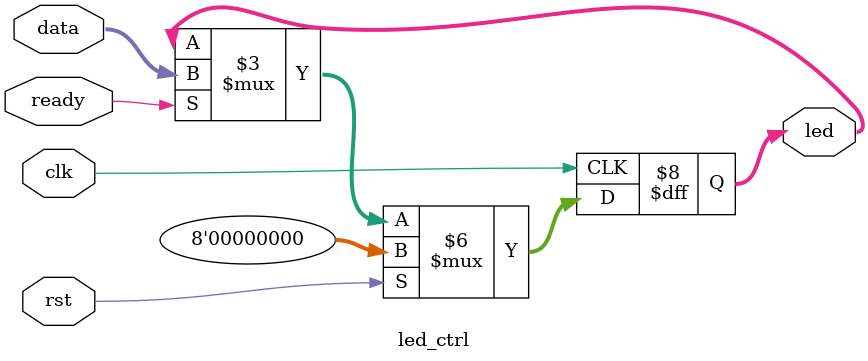
<source format=v>
module led_ctrl
(
    input wire       clk,
    input wire       rst,
    input wire       ready,
    input wire [7:0] data,
    output reg [7:0] led
);


always @ (posedge clk) begin
    if (rst) begin
        led <= 8'b0;
    end 
    else if (ready) begin
        led <= data;
    end
    else begin
        led <= led;
    end
end


endmodule

</source>
